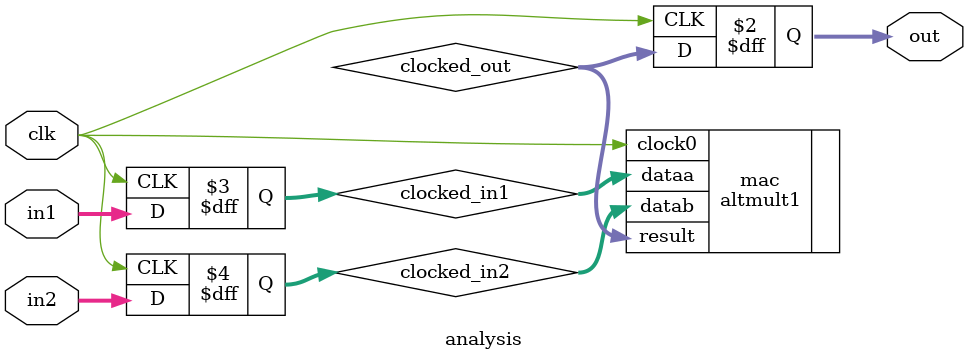
<source format=v>
module analysis (in1, in2, out, clk);
	input [3:0] in1, in2;
	output reg [7:0] out;
	input clk;

	reg [3:0] clocked_in1, clocked_in2;
	wire [7:0] clocked_out;
	
	always @(posedge clk) begin
		clocked_in1 <= in1;
		clocked_in2	<= in2;
		out <= clocked_out;
	end

	// Total Logic elements/ cells
	//  altmult mac (.clock0(clk), .dataa(clocked_in1), .datab(clocked_in2), .result(clocked_out));

  // Dedicated logic
  altmult1 mac (.clock0(clk), .dataa(clocked_in1), .datab(clocked_in2), .result(clocked_out));

  //wallace_tree mul (.A(clocked_in1), .B(clocked_in2), .output_products(clocked_out));

endmodule

</source>
